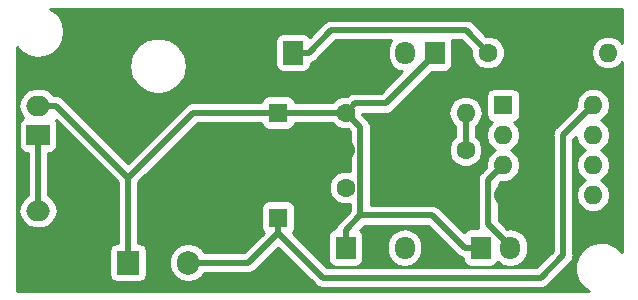
<source format=gbl>
G04 #@! TF.GenerationSoftware,KiCad,Pcbnew,(5.0.0)*
G04 #@! TF.CreationDate,2019-02-27T23:15:19+05:30*
G04 #@! TF.ProjectId,PCB,5043422E6B696361645F706362000000,rev?*
G04 #@! TF.SameCoordinates,Original*
G04 #@! TF.FileFunction,Copper,L2,Bot,Signal*
G04 #@! TF.FilePolarity,Positive*
%FSLAX46Y46*%
G04 Gerber Fmt 4.6, Leading zero omitted, Abs format (unit mm)*
G04 Created by KiCad (PCBNEW (5.0.0)) date 02/27/19 23:15:19*
%MOMM*%
%LPD*%
G01*
G04 APERTURE LIST*
G04 #@! TA.AperFunction,ComponentPad*
%ADD10C,1.600000*%
G04 #@! TD*
G04 #@! TA.AperFunction,ComponentPad*
%ADD11O,1.600000X1.600000*%
G04 #@! TD*
G04 #@! TA.AperFunction,ComponentPad*
%ADD12R,1.600000X1.600000*%
G04 #@! TD*
G04 #@! TA.AperFunction,ComponentPad*
%ADD13R,2.000000X1.700000*%
G04 #@! TD*
G04 #@! TA.AperFunction,ComponentPad*
%ADD14O,2.000000X1.700000*%
G04 #@! TD*
G04 #@! TA.AperFunction,ComponentPad*
%ADD15R,1.700000X2.000000*%
G04 #@! TD*
G04 #@! TA.AperFunction,ComponentPad*
%ADD16O,1.700000X2.000000*%
G04 #@! TD*
G04 #@! TA.AperFunction,ComponentPad*
%ADD17O,1.700000X1.950000*%
G04 #@! TD*
G04 #@! TA.AperFunction,ComponentPad*
%ADD18R,1.700000X1.950000*%
G04 #@! TD*
G04 #@! TA.AperFunction,ComponentPad*
%ADD19R,1.905000X2.000000*%
G04 #@! TD*
G04 #@! TA.AperFunction,ComponentPad*
%ADD20O,1.905000X2.000000*%
G04 #@! TD*
G04 #@! TA.AperFunction,Conductor*
%ADD21C,0.500000*%
G04 #@! TD*
G04 #@! TA.AperFunction,Conductor*
%ADD22C,0.254000*%
G04 #@! TD*
G04 APERTURE END LIST*
D10*
G04 #@! TO.P,R2,1*
G04 #@! TO.N,Net-(R1-Pad2)*
X106045000Y-120015000D03*
D11*
G04 #@! TO.P,R2,2*
G04 #@! TO.N,GND*
X95885000Y-120015000D03*
G04 #@! TD*
D12*
G04 #@! TO.P,U2,1*
G04 #@! TO.N,Net-(U2-Pad1)*
X109220000Y-116205000D03*
D11*
G04 #@! TO.P,U2,5*
G04 #@! TO.N,Net-(R3-Pad2)*
X116840000Y-123825000D03*
G04 #@! TO.P,U2,2*
G04 #@! TO.N,Net-(J4-Pad2)*
X109220000Y-118745000D03*
G04 #@! TO.P,U2,6*
G04 #@! TO.N,Net-(J6-Pad3)*
X116840000Y-121285000D03*
G04 #@! TO.P,U2,3*
G04 #@! TO.N,Net-(J5-Pad2)*
X109220000Y-121285000D03*
G04 #@! TO.P,U2,7*
G04 #@! TO.N,Net-(R1-Pad2)*
X116840000Y-118745000D03*
G04 #@! TO.P,U2,4*
G04 #@! TO.N,GND*
X109220000Y-123825000D03*
G04 #@! TO.P,U2,8*
G04 #@! TO.N,Net-(C2-Pad1)*
X116840000Y-116205000D03*
G04 #@! TD*
D12*
G04 #@! TO.P,C1,1*
G04 #@! TO.N,Net-(C1-Pad1)*
X90170000Y-116840000D03*
D10*
G04 #@! TO.P,C1,2*
G04 #@! TO.N,GND*
X90170000Y-119340000D03*
G04 #@! TD*
D12*
G04 #@! TO.P,C2,1*
G04 #@! TO.N,Net-(C2-Pad1)*
X90170000Y-125730000D03*
D10*
G04 #@! TO.P,C2,2*
G04 #@! TO.N,GND*
X90170000Y-123230000D03*
G04 #@! TD*
D13*
G04 #@! TO.P,J1,1*
G04 #@! TO.N,GND*
X69850000Y-127635000D03*
D14*
G04 #@! TO.P,J1,2*
G04 #@! TO.N,Net-(J1-Pad2)*
X69850000Y-125135000D03*
G04 #@! TD*
G04 #@! TO.P,J2,2*
G04 #@! TO.N,Net-(C1-Pad1)*
X69850000Y-116245000D03*
D13*
G04 #@! TO.P,J2,1*
G04 #@! TO.N,Net-(J1-Pad2)*
X69850000Y-118745000D03*
G04 #@! TD*
D15*
G04 #@! TO.P,J3,1*
G04 #@! TO.N,Net-(J3-Pad1)*
X91440000Y-111760000D03*
D16*
G04 #@! TO.P,J3,2*
G04 #@! TO.N,GND*
X88940000Y-111760000D03*
G04 #@! TD*
D17*
G04 #@! TO.P,J4,3*
G04 #@! TO.N,GND*
X98425000Y-111760000D03*
G04 #@! TO.P,J4,2*
G04 #@! TO.N,Net-(J4-Pad2)*
X100925000Y-111760000D03*
D18*
G04 #@! TO.P,J4,1*
G04 #@! TO.N,Net-(C1-Pad1)*
X103425000Y-111760000D03*
G04 #@! TD*
G04 #@! TO.P,J5,1*
G04 #@! TO.N,Net-(C1-Pad1)*
X107315000Y-128270000D03*
D17*
G04 #@! TO.P,J5,2*
G04 #@! TO.N,Net-(J5-Pad2)*
X109815000Y-128270000D03*
G04 #@! TO.P,J5,3*
G04 #@! TO.N,GND*
X112315000Y-128270000D03*
G04 #@! TD*
D18*
G04 #@! TO.P,J6,1*
G04 #@! TO.N,Net-(C1-Pad1)*
X95885000Y-128270000D03*
D17*
G04 #@! TO.P,J6,2*
G04 #@! TO.N,GND*
X98385000Y-128270000D03*
G04 #@! TO.P,J6,3*
G04 #@! TO.N,Net-(J6-Pad3)*
X100885000Y-128270000D03*
G04 #@! TD*
D11*
G04 #@! TO.P,R1,2*
G04 #@! TO.N,Net-(R1-Pad2)*
X106045000Y-116840000D03*
D10*
G04 #@! TO.P,R1,1*
G04 #@! TO.N,Net-(C1-Pad1)*
X95885000Y-116840000D03*
G04 #@! TD*
G04 #@! TO.P,R3,1*
G04 #@! TO.N,Net-(J3-Pad1)*
X107950000Y-111760000D03*
D11*
G04 #@! TO.P,R3,2*
G04 #@! TO.N,Net-(R3-Pad2)*
X118110000Y-111760000D03*
G04 #@! TD*
G04 #@! TO.P,R4,2*
G04 #@! TO.N,GND*
X106045000Y-123190000D03*
D10*
G04 #@! TO.P,R4,1*
G04 #@! TO.N,Net-(J6-Pad3)*
X95885000Y-123190000D03*
G04 #@! TD*
D19*
G04 #@! TO.P,U1,1*
G04 #@! TO.N,Net-(C1-Pad1)*
X77470000Y-129540000D03*
D20*
G04 #@! TO.P,U1,2*
G04 #@! TO.N,GND*
X80010000Y-129540000D03*
G04 #@! TO.P,U1,3*
G04 #@! TO.N,Net-(C2-Pad1)*
X82550000Y-129540000D03*
G04 #@! TD*
D21*
G04 #@! TO.N,Net-(C1-Pad1)*
X77470000Y-128040000D02*
X77470000Y-129540000D01*
X77470000Y-122365000D02*
X77470000Y-128040000D01*
X71350000Y-116245000D02*
X77470000Y-122365000D01*
X69850000Y-116245000D02*
X71350000Y-116245000D01*
X82995000Y-116840000D02*
X90170000Y-116840000D01*
X77470000Y-122365000D02*
X82995000Y-116840000D01*
X90170000Y-116840000D02*
X95885000Y-116840000D01*
X95885000Y-126795000D02*
X95885000Y-128270000D01*
X97135001Y-125544999D02*
X95885000Y-126795000D01*
X97135001Y-118090001D02*
X97135001Y-125544999D01*
X95885000Y-116840000D02*
X97135001Y-118090001D01*
X103425000Y-111885000D02*
X103425000Y-111760000D01*
X99269999Y-116040001D02*
X103425000Y-111885000D01*
X96684999Y-116040001D02*
X99269999Y-116040001D01*
X95885000Y-116840000D02*
X96684999Y-116040001D01*
X105965000Y-128270000D02*
X107315000Y-128270000D01*
X103239999Y-125544999D02*
X105965000Y-128270000D01*
X97135001Y-125544999D02*
X103239999Y-125544999D01*
G04 #@! TO.N,Net-(C2-Pad1)*
X90170000Y-127030000D02*
X90170000Y-125730000D01*
X87660000Y-129540000D02*
X90170000Y-127030000D01*
X82550000Y-129540000D02*
X87660000Y-129540000D01*
X93950000Y-130810000D02*
X90170000Y-127030000D01*
X112395000Y-130810000D02*
X93950000Y-130810000D01*
X114300000Y-128905000D02*
X112395000Y-130810000D01*
X116840000Y-116205000D02*
X114300000Y-118745000D01*
X114300000Y-118745000D02*
X114300000Y-128905000D01*
G04 #@! TO.N,Net-(J1-Pad2)*
X69850000Y-118745000D02*
X69850000Y-125135000D01*
G04 #@! TO.N,Net-(J3-Pad1)*
X92790000Y-111760000D02*
X91440000Y-111760000D01*
X94695000Y-109855000D02*
X92790000Y-111760000D01*
X107950000Y-111760000D02*
X106045000Y-109855000D01*
X106045000Y-109855000D02*
X94695000Y-109855000D01*
G04 #@! TO.N,GND*
X112315000Y-126920000D02*
X112315000Y-128270000D01*
X109220000Y-123825000D02*
X112315000Y-126920000D01*
G04 #@! TO.N,Net-(J5-Pad2)*
X109815000Y-128145000D02*
X109815000Y-128270000D01*
X107969999Y-126299999D02*
X109815000Y-128145000D01*
X107969999Y-122535001D02*
X107969999Y-126299999D01*
X109220000Y-121285000D02*
X107969999Y-122535001D01*
G04 #@! TO.N,Net-(R1-Pad2)*
X106045000Y-116840000D02*
X106045000Y-120015000D01*
G04 #@! TD*
D22*
G04 #@! TO.N,GND*
G36*
X119280000Y-110928098D02*
X119144577Y-110725423D01*
X118669909Y-110408260D01*
X118251333Y-110325000D01*
X117968667Y-110325000D01*
X117550091Y-110408260D01*
X117075423Y-110725423D01*
X116758260Y-111200091D01*
X116646887Y-111760000D01*
X116758260Y-112319909D01*
X117075423Y-112794577D01*
X117550091Y-113111740D01*
X117968667Y-113195000D01*
X118251333Y-113195000D01*
X118669909Y-113111740D01*
X119144577Y-112794577D01*
X119280000Y-112591902D01*
X119280001Y-128676493D01*
X119240360Y-128605709D01*
X118694894Y-128117149D01*
X118020583Y-127831615D01*
X117290138Y-127779897D01*
X116582323Y-127967571D01*
X115973460Y-128374400D01*
X115529203Y-128956517D01*
X115297455Y-129651151D01*
X115303206Y-130383402D01*
X115545836Y-131074311D01*
X115999182Y-131649377D01*
X116511226Y-131980000D01*
X68045000Y-131980000D01*
X68045000Y-116245000D01*
X68185908Y-116245000D01*
X68301161Y-116824418D01*
X68615114Y-117294281D01*
X68602235Y-117296843D01*
X68392191Y-117437191D01*
X68251843Y-117647235D01*
X68202560Y-117895000D01*
X68202560Y-119595000D01*
X68251843Y-119842765D01*
X68392191Y-120052809D01*
X68602235Y-120193157D01*
X68850000Y-120242440D01*
X68965000Y-120242440D01*
X68965001Y-123840117D01*
X68629375Y-124064375D01*
X68301161Y-124555582D01*
X68185908Y-125135000D01*
X68301161Y-125714418D01*
X68629375Y-126205625D01*
X69120582Y-126533839D01*
X69553744Y-126620000D01*
X70146256Y-126620000D01*
X70579418Y-126533839D01*
X71070625Y-126205625D01*
X71398839Y-125714418D01*
X71514092Y-125135000D01*
X71398839Y-124555582D01*
X71070625Y-124064375D01*
X70735000Y-123840118D01*
X70735000Y-120242440D01*
X70850000Y-120242440D01*
X71097765Y-120193157D01*
X71307809Y-120052809D01*
X71448157Y-119842765D01*
X71497440Y-119595000D01*
X71497440Y-117895000D01*
X71448157Y-117647235D01*
X71342437Y-117489015D01*
X76585000Y-122731579D01*
X76585001Y-127892560D01*
X76517500Y-127892560D01*
X76269735Y-127941843D01*
X76059691Y-128082191D01*
X75919343Y-128292235D01*
X75870060Y-128540000D01*
X75870060Y-130540000D01*
X75919343Y-130787765D01*
X76059691Y-130997809D01*
X76269735Y-131138157D01*
X76517500Y-131187440D01*
X78422500Y-131187440D01*
X78670265Y-131138157D01*
X78880309Y-130997809D01*
X79020657Y-130787765D01*
X79069940Y-130540000D01*
X79069940Y-129336151D01*
X80962500Y-129336151D01*
X80962500Y-129743850D01*
X81054609Y-130206911D01*
X81405477Y-130732023D01*
X81930590Y-131082891D01*
X82550000Y-131206100D01*
X83169411Y-131082891D01*
X83694523Y-130732023D01*
X83899668Y-130425000D01*
X87572839Y-130425000D01*
X87660000Y-130442337D01*
X87747161Y-130425000D01*
X87747165Y-130425000D01*
X88005310Y-130373652D01*
X88298049Y-130178049D01*
X88347425Y-130104153D01*
X90170000Y-128281578D01*
X93262577Y-131374156D01*
X93311951Y-131448049D01*
X93385844Y-131497423D01*
X93385845Y-131497424D01*
X93496880Y-131571615D01*
X93604690Y-131643652D01*
X93862835Y-131695000D01*
X93862839Y-131695000D01*
X93949999Y-131712337D01*
X94037159Y-131695000D01*
X112307839Y-131695000D01*
X112395000Y-131712337D01*
X112482161Y-131695000D01*
X112482165Y-131695000D01*
X112740310Y-131643652D01*
X113033049Y-131448049D01*
X113082425Y-131374153D01*
X114864156Y-129592423D01*
X114938049Y-129543049D01*
X114989783Y-129465625D01*
X115133652Y-129250310D01*
X115144715Y-129194690D01*
X115185000Y-128992165D01*
X115185000Y-128992161D01*
X115202337Y-128905000D01*
X115185000Y-128817839D01*
X115185000Y-119111578D01*
X115405870Y-118890708D01*
X115488260Y-119304909D01*
X115805423Y-119779577D01*
X116157758Y-120015000D01*
X115805423Y-120250423D01*
X115488260Y-120725091D01*
X115376887Y-121285000D01*
X115488260Y-121844909D01*
X115805423Y-122319577D01*
X116157758Y-122555000D01*
X115805423Y-122790423D01*
X115488260Y-123265091D01*
X115376887Y-123825000D01*
X115488260Y-124384909D01*
X115805423Y-124859577D01*
X116280091Y-125176740D01*
X116698667Y-125260000D01*
X116981333Y-125260000D01*
X117399909Y-125176740D01*
X117874577Y-124859577D01*
X118191740Y-124384909D01*
X118303113Y-123825000D01*
X118191740Y-123265091D01*
X117874577Y-122790423D01*
X117522242Y-122555000D01*
X117874577Y-122319577D01*
X118191740Y-121844909D01*
X118303113Y-121285000D01*
X118191740Y-120725091D01*
X117874577Y-120250423D01*
X117522242Y-120015000D01*
X117874577Y-119779577D01*
X118191740Y-119304909D01*
X118303113Y-118745000D01*
X118191740Y-118185091D01*
X117874577Y-117710423D01*
X117522242Y-117475000D01*
X117874577Y-117239577D01*
X118191740Y-116764909D01*
X118303113Y-116205000D01*
X118191740Y-115645091D01*
X117874577Y-115170423D01*
X117399909Y-114853260D01*
X116981333Y-114770000D01*
X116698667Y-114770000D01*
X116280091Y-114853260D01*
X115805423Y-115170423D01*
X115488260Y-115645091D01*
X115376887Y-116205000D01*
X115411983Y-116381438D01*
X113735847Y-118057575D01*
X113661951Y-118106951D01*
X113466348Y-118399691D01*
X113415000Y-118657836D01*
X113415000Y-118657839D01*
X113397663Y-118745000D01*
X113415000Y-118832161D01*
X113415001Y-128538420D01*
X112028422Y-129925000D01*
X94316579Y-129925000D01*
X91398782Y-127007204D01*
X91427809Y-126987809D01*
X91568157Y-126777765D01*
X91617440Y-126530000D01*
X91617440Y-124930000D01*
X91568157Y-124682235D01*
X91427809Y-124472191D01*
X91217765Y-124331843D01*
X90970000Y-124282560D01*
X89370000Y-124282560D01*
X89122235Y-124331843D01*
X88912191Y-124472191D01*
X88771843Y-124682235D01*
X88722560Y-124930000D01*
X88722560Y-126530000D01*
X88771843Y-126777765D01*
X88912191Y-126987809D01*
X88941217Y-127007204D01*
X87293422Y-128655000D01*
X83899669Y-128655000D01*
X83694523Y-128347977D01*
X83169410Y-127997109D01*
X82550000Y-127873900D01*
X81930589Y-127997109D01*
X81405477Y-128347977D01*
X81054609Y-128873090D01*
X80962500Y-129336151D01*
X79069940Y-129336151D01*
X79069940Y-128540000D01*
X79020657Y-128292235D01*
X78880309Y-128082191D01*
X78670265Y-127941843D01*
X78422500Y-127892560D01*
X78355000Y-127892560D01*
X78355000Y-122731578D01*
X83361579Y-117725000D01*
X88739467Y-117725000D01*
X88771843Y-117887765D01*
X88912191Y-118097809D01*
X89122235Y-118238157D01*
X89370000Y-118287440D01*
X90970000Y-118287440D01*
X91217765Y-118238157D01*
X91427809Y-118097809D01*
X91568157Y-117887765D01*
X91600533Y-117725000D01*
X94740604Y-117725000D01*
X95072138Y-118056534D01*
X95599561Y-118275000D01*
X96068421Y-118275000D01*
X96250001Y-118456580D01*
X96250001Y-121787956D01*
X96170439Y-121755000D01*
X95599561Y-121755000D01*
X95072138Y-121973466D01*
X94668466Y-122377138D01*
X94450000Y-122904561D01*
X94450000Y-123475439D01*
X94668466Y-124002862D01*
X95072138Y-124406534D01*
X95599561Y-124625000D01*
X96170439Y-124625000D01*
X96250002Y-124592044D01*
X96250002Y-125178419D01*
X95320847Y-126107575D01*
X95246951Y-126156951D01*
X95051348Y-126449691D01*
X95011042Y-126652326D01*
X94787235Y-126696843D01*
X94577191Y-126837191D01*
X94436843Y-127047235D01*
X94387560Y-127295000D01*
X94387560Y-129245000D01*
X94436843Y-129492765D01*
X94577191Y-129702809D01*
X94787235Y-129843157D01*
X95035000Y-129892440D01*
X96735000Y-129892440D01*
X96982765Y-129843157D01*
X97192809Y-129702809D01*
X97333157Y-129492765D01*
X97382440Y-129245000D01*
X97382440Y-127998745D01*
X99400000Y-127998745D01*
X99400000Y-128541256D01*
X99486161Y-128974418D01*
X99814375Y-129465625D01*
X100305583Y-129793839D01*
X100885000Y-129909092D01*
X101464418Y-129793839D01*
X101955625Y-129465625D01*
X102283839Y-128974417D01*
X102370000Y-128541255D01*
X102370000Y-127998744D01*
X102283839Y-127565582D01*
X101955625Y-127074375D01*
X101464417Y-126746161D01*
X100885000Y-126630908D01*
X100305582Y-126746161D01*
X99814375Y-127074375D01*
X99486161Y-127565583D01*
X99400000Y-127998745D01*
X97382440Y-127998745D01*
X97382440Y-127295000D01*
X97333157Y-127047235D01*
X97192809Y-126837191D01*
X97133810Y-126797769D01*
X97501580Y-126429999D01*
X102873421Y-126429999D01*
X105277577Y-128834156D01*
X105326951Y-128908049D01*
X105400844Y-128957423D01*
X105400845Y-128957424D01*
X105452839Y-128992165D01*
X105619690Y-129103652D01*
X105817560Y-129143011D01*
X105817560Y-129245000D01*
X105866843Y-129492765D01*
X106007191Y-129702809D01*
X106217235Y-129843157D01*
X106465000Y-129892440D01*
X108165000Y-129892440D01*
X108412765Y-129843157D01*
X108622809Y-129702809D01*
X108763157Y-129492765D01*
X108765719Y-129479886D01*
X109235583Y-129793839D01*
X109815000Y-129909092D01*
X110394418Y-129793839D01*
X110885625Y-129465625D01*
X111213839Y-128974417D01*
X111300000Y-128541255D01*
X111300000Y-127998744D01*
X111213839Y-127565582D01*
X110885625Y-127074375D01*
X110394417Y-126746161D01*
X109815000Y-126630908D01*
X109596040Y-126674462D01*
X108854999Y-125933421D01*
X108854999Y-122901579D01*
X109043561Y-122713017D01*
X109078667Y-122720000D01*
X109361333Y-122720000D01*
X109779909Y-122636740D01*
X110254577Y-122319577D01*
X110571740Y-121844909D01*
X110683113Y-121285000D01*
X110571740Y-120725091D01*
X110254577Y-120250423D01*
X109902242Y-120015000D01*
X110254577Y-119779577D01*
X110571740Y-119304909D01*
X110683113Y-118745000D01*
X110571740Y-118185091D01*
X110254577Y-117710423D01*
X110133894Y-117629785D01*
X110267765Y-117603157D01*
X110477809Y-117462809D01*
X110618157Y-117252765D01*
X110667440Y-117005000D01*
X110667440Y-115405000D01*
X110618157Y-115157235D01*
X110477809Y-114947191D01*
X110267765Y-114806843D01*
X110020000Y-114757560D01*
X108420000Y-114757560D01*
X108172235Y-114806843D01*
X107962191Y-114947191D01*
X107821843Y-115157235D01*
X107772560Y-115405000D01*
X107772560Y-117005000D01*
X107821843Y-117252765D01*
X107962191Y-117462809D01*
X108172235Y-117603157D01*
X108306106Y-117629785D01*
X108185423Y-117710423D01*
X107868260Y-118185091D01*
X107756887Y-118745000D01*
X107868260Y-119304909D01*
X108185423Y-119779577D01*
X108537758Y-120015000D01*
X108185423Y-120250423D01*
X107868260Y-120725091D01*
X107756887Y-121285000D01*
X107791983Y-121461439D01*
X107405846Y-121847576D01*
X107331950Y-121896952D01*
X107136347Y-122189692D01*
X107084999Y-122447837D01*
X107084999Y-122447840D01*
X107067662Y-122535001D01*
X107084999Y-122622162D01*
X107085000Y-126212834D01*
X107067662Y-126299999D01*
X107136347Y-126645308D01*
X107137852Y-126647560D01*
X106465000Y-126647560D01*
X106217235Y-126696843D01*
X106007191Y-126837191D01*
X105917701Y-126971122D01*
X103927424Y-124980846D01*
X103878048Y-124906950D01*
X103585309Y-124711347D01*
X103327164Y-124659999D01*
X103327160Y-124659999D01*
X103239999Y-124642662D01*
X103152838Y-124659999D01*
X98020001Y-124659999D01*
X98020001Y-118177160D01*
X98037338Y-118090000D01*
X98020001Y-118002840D01*
X98020001Y-118002836D01*
X97968653Y-117744691D01*
X97896616Y-117636881D01*
X97822425Y-117525846D01*
X97822424Y-117525845D01*
X97773050Y-117451952D01*
X97699157Y-117402578D01*
X97320000Y-117023421D01*
X97320000Y-116925001D01*
X99182838Y-116925001D01*
X99269999Y-116942338D01*
X99357160Y-116925001D01*
X99357164Y-116925001D01*
X99615309Y-116873653D01*
X99665674Y-116840000D01*
X104581887Y-116840000D01*
X104693260Y-117399909D01*
X105010423Y-117874577D01*
X105160000Y-117974521D01*
X105160001Y-118870603D01*
X104828466Y-119202138D01*
X104610000Y-119729561D01*
X104610000Y-120300439D01*
X104828466Y-120827862D01*
X105232138Y-121231534D01*
X105759561Y-121450000D01*
X106330439Y-121450000D01*
X106857862Y-121231534D01*
X107261534Y-120827862D01*
X107480000Y-120300439D01*
X107480000Y-119729561D01*
X107261534Y-119202138D01*
X106930000Y-118870604D01*
X106930000Y-117974521D01*
X107079577Y-117874577D01*
X107396740Y-117399909D01*
X107508113Y-116840000D01*
X107396740Y-116280091D01*
X107079577Y-115805423D01*
X106604909Y-115488260D01*
X106186333Y-115405000D01*
X105903667Y-115405000D01*
X105485091Y-115488260D01*
X105010423Y-115805423D01*
X104693260Y-116280091D01*
X104581887Y-116840000D01*
X99665674Y-116840000D01*
X99908048Y-116678050D01*
X99957424Y-116604154D01*
X103179139Y-113382440D01*
X104275000Y-113382440D01*
X104522765Y-113333157D01*
X104732809Y-113192809D01*
X104873157Y-112982765D01*
X104922440Y-112735000D01*
X104922440Y-110785000D01*
X104913489Y-110740000D01*
X105678422Y-110740000D01*
X106515000Y-111576579D01*
X106515000Y-112045439D01*
X106733466Y-112572862D01*
X107137138Y-112976534D01*
X107664561Y-113195000D01*
X108235439Y-113195000D01*
X108762862Y-112976534D01*
X109166534Y-112572862D01*
X109385000Y-112045439D01*
X109385000Y-111474561D01*
X109166534Y-110947138D01*
X108762862Y-110543466D01*
X108235439Y-110325000D01*
X107766579Y-110325000D01*
X106732425Y-109290847D01*
X106683049Y-109216951D01*
X106390310Y-109021348D01*
X106132165Y-108970000D01*
X106132161Y-108970000D01*
X106045000Y-108952663D01*
X105957839Y-108970000D01*
X94782161Y-108970000D01*
X94695000Y-108952663D01*
X94607839Y-108970000D01*
X94607835Y-108970000D01*
X94349690Y-109021348D01*
X94130845Y-109167576D01*
X94130844Y-109167577D01*
X94056951Y-109216951D01*
X94007577Y-109290844D01*
X92847313Y-110451108D01*
X92747809Y-110302191D01*
X92537765Y-110161843D01*
X92290000Y-110112560D01*
X90590000Y-110112560D01*
X90342235Y-110161843D01*
X90132191Y-110302191D01*
X89991843Y-110512235D01*
X89942560Y-110760000D01*
X89942560Y-112760000D01*
X89991843Y-113007765D01*
X90132191Y-113217809D01*
X90342235Y-113358157D01*
X90590000Y-113407440D01*
X92290000Y-113407440D01*
X92537765Y-113358157D01*
X92747809Y-113217809D01*
X92888157Y-113007765D01*
X92937440Y-112760000D01*
X92937440Y-112633011D01*
X93135310Y-112593652D01*
X93428049Y-112398049D01*
X93477425Y-112324153D01*
X95061579Y-110740000D01*
X99737026Y-110740000D01*
X99526161Y-111055582D01*
X99440000Y-111488744D01*
X99440000Y-112031255D01*
X99526161Y-112464417D01*
X99854375Y-112955625D01*
X100345582Y-113283839D01*
X100703407Y-113355015D01*
X98903421Y-115155001D01*
X96772158Y-115155001D01*
X96684998Y-115137664D01*
X96597838Y-115155001D01*
X96597834Y-115155001D01*
X96339689Y-115206349D01*
X96339687Y-115206350D01*
X96339688Y-115206350D01*
X96120844Y-115352577D01*
X96120843Y-115352578D01*
X96046950Y-115401952D01*
X96044913Y-115405000D01*
X95599561Y-115405000D01*
X95072138Y-115623466D01*
X94740604Y-115955000D01*
X91600533Y-115955000D01*
X91568157Y-115792235D01*
X91427809Y-115582191D01*
X91217765Y-115441843D01*
X90970000Y-115392560D01*
X89370000Y-115392560D01*
X89122235Y-115441843D01*
X88912191Y-115582191D01*
X88771843Y-115792235D01*
X88739467Y-115955000D01*
X83082161Y-115955000D01*
X82995000Y-115937663D01*
X82907839Y-115955000D01*
X82907835Y-115955000D01*
X82649690Y-116006348D01*
X82430845Y-116152576D01*
X82430844Y-116152577D01*
X82356951Y-116201951D01*
X82307577Y-116275844D01*
X77470000Y-121113421D01*
X72037425Y-115680847D01*
X71988049Y-115606951D01*
X71695310Y-115411348D01*
X71437165Y-115360000D01*
X71437161Y-115360000D01*
X71350000Y-115342663D01*
X71262839Y-115360000D01*
X71194656Y-115360000D01*
X71070625Y-115174375D01*
X70579418Y-114846161D01*
X70146256Y-114760000D01*
X69553744Y-114760000D01*
X69120582Y-114846161D01*
X68629375Y-115174375D01*
X68301161Y-115665582D01*
X68185908Y-116245000D01*
X68045000Y-116245000D01*
X68045000Y-112880000D01*
X77578276Y-112880000D01*
X77763380Y-113810580D01*
X78290511Y-114599489D01*
X79079420Y-115126620D01*
X79775103Y-115265000D01*
X80244897Y-115265000D01*
X80940580Y-115126620D01*
X81729489Y-114599489D01*
X82256620Y-113810580D01*
X82441724Y-112880000D01*
X82256620Y-111949420D01*
X81729489Y-111160511D01*
X80940580Y-110633380D01*
X80244897Y-110495000D01*
X79775103Y-110495000D01*
X79079420Y-110633380D01*
X78290511Y-111160511D01*
X77763380Y-111949420D01*
X77578276Y-112880000D01*
X68045000Y-112880000D01*
X68045000Y-111263524D01*
X68349182Y-111649377D01*
X68964360Y-112046593D01*
X69675036Y-112223126D01*
X70404578Y-112159940D01*
X71074321Y-111863850D01*
X71612046Y-111366783D01*
X71959770Y-110722336D01*
X72080000Y-110000000D01*
X72079725Y-109964973D01*
X71948164Y-109244614D01*
X71590360Y-108605709D01*
X71044894Y-108117149D01*
X70886316Y-108050000D01*
X119280000Y-108050000D01*
X119280000Y-110928098D01*
X119280000Y-110928098D01*
G37*
X119280000Y-110928098D02*
X119144577Y-110725423D01*
X118669909Y-110408260D01*
X118251333Y-110325000D01*
X117968667Y-110325000D01*
X117550091Y-110408260D01*
X117075423Y-110725423D01*
X116758260Y-111200091D01*
X116646887Y-111760000D01*
X116758260Y-112319909D01*
X117075423Y-112794577D01*
X117550091Y-113111740D01*
X117968667Y-113195000D01*
X118251333Y-113195000D01*
X118669909Y-113111740D01*
X119144577Y-112794577D01*
X119280000Y-112591902D01*
X119280001Y-128676493D01*
X119240360Y-128605709D01*
X118694894Y-128117149D01*
X118020583Y-127831615D01*
X117290138Y-127779897D01*
X116582323Y-127967571D01*
X115973460Y-128374400D01*
X115529203Y-128956517D01*
X115297455Y-129651151D01*
X115303206Y-130383402D01*
X115545836Y-131074311D01*
X115999182Y-131649377D01*
X116511226Y-131980000D01*
X68045000Y-131980000D01*
X68045000Y-116245000D01*
X68185908Y-116245000D01*
X68301161Y-116824418D01*
X68615114Y-117294281D01*
X68602235Y-117296843D01*
X68392191Y-117437191D01*
X68251843Y-117647235D01*
X68202560Y-117895000D01*
X68202560Y-119595000D01*
X68251843Y-119842765D01*
X68392191Y-120052809D01*
X68602235Y-120193157D01*
X68850000Y-120242440D01*
X68965000Y-120242440D01*
X68965001Y-123840117D01*
X68629375Y-124064375D01*
X68301161Y-124555582D01*
X68185908Y-125135000D01*
X68301161Y-125714418D01*
X68629375Y-126205625D01*
X69120582Y-126533839D01*
X69553744Y-126620000D01*
X70146256Y-126620000D01*
X70579418Y-126533839D01*
X71070625Y-126205625D01*
X71398839Y-125714418D01*
X71514092Y-125135000D01*
X71398839Y-124555582D01*
X71070625Y-124064375D01*
X70735000Y-123840118D01*
X70735000Y-120242440D01*
X70850000Y-120242440D01*
X71097765Y-120193157D01*
X71307809Y-120052809D01*
X71448157Y-119842765D01*
X71497440Y-119595000D01*
X71497440Y-117895000D01*
X71448157Y-117647235D01*
X71342437Y-117489015D01*
X76585000Y-122731579D01*
X76585001Y-127892560D01*
X76517500Y-127892560D01*
X76269735Y-127941843D01*
X76059691Y-128082191D01*
X75919343Y-128292235D01*
X75870060Y-128540000D01*
X75870060Y-130540000D01*
X75919343Y-130787765D01*
X76059691Y-130997809D01*
X76269735Y-131138157D01*
X76517500Y-131187440D01*
X78422500Y-131187440D01*
X78670265Y-131138157D01*
X78880309Y-130997809D01*
X79020657Y-130787765D01*
X79069940Y-130540000D01*
X79069940Y-129336151D01*
X80962500Y-129336151D01*
X80962500Y-129743850D01*
X81054609Y-130206911D01*
X81405477Y-130732023D01*
X81930590Y-131082891D01*
X82550000Y-131206100D01*
X83169411Y-131082891D01*
X83694523Y-130732023D01*
X83899668Y-130425000D01*
X87572839Y-130425000D01*
X87660000Y-130442337D01*
X87747161Y-130425000D01*
X87747165Y-130425000D01*
X88005310Y-130373652D01*
X88298049Y-130178049D01*
X88347425Y-130104153D01*
X90170000Y-128281578D01*
X93262577Y-131374156D01*
X93311951Y-131448049D01*
X93385844Y-131497423D01*
X93385845Y-131497424D01*
X93496880Y-131571615D01*
X93604690Y-131643652D01*
X93862835Y-131695000D01*
X93862839Y-131695000D01*
X93949999Y-131712337D01*
X94037159Y-131695000D01*
X112307839Y-131695000D01*
X112395000Y-131712337D01*
X112482161Y-131695000D01*
X112482165Y-131695000D01*
X112740310Y-131643652D01*
X113033049Y-131448049D01*
X113082425Y-131374153D01*
X114864156Y-129592423D01*
X114938049Y-129543049D01*
X114989783Y-129465625D01*
X115133652Y-129250310D01*
X115144715Y-129194690D01*
X115185000Y-128992165D01*
X115185000Y-128992161D01*
X115202337Y-128905000D01*
X115185000Y-128817839D01*
X115185000Y-119111578D01*
X115405870Y-118890708D01*
X115488260Y-119304909D01*
X115805423Y-119779577D01*
X116157758Y-120015000D01*
X115805423Y-120250423D01*
X115488260Y-120725091D01*
X115376887Y-121285000D01*
X115488260Y-121844909D01*
X115805423Y-122319577D01*
X116157758Y-122555000D01*
X115805423Y-122790423D01*
X115488260Y-123265091D01*
X115376887Y-123825000D01*
X115488260Y-124384909D01*
X115805423Y-124859577D01*
X116280091Y-125176740D01*
X116698667Y-125260000D01*
X116981333Y-125260000D01*
X117399909Y-125176740D01*
X117874577Y-124859577D01*
X118191740Y-124384909D01*
X118303113Y-123825000D01*
X118191740Y-123265091D01*
X117874577Y-122790423D01*
X117522242Y-122555000D01*
X117874577Y-122319577D01*
X118191740Y-121844909D01*
X118303113Y-121285000D01*
X118191740Y-120725091D01*
X117874577Y-120250423D01*
X117522242Y-120015000D01*
X117874577Y-119779577D01*
X118191740Y-119304909D01*
X118303113Y-118745000D01*
X118191740Y-118185091D01*
X117874577Y-117710423D01*
X117522242Y-117475000D01*
X117874577Y-117239577D01*
X118191740Y-116764909D01*
X118303113Y-116205000D01*
X118191740Y-115645091D01*
X117874577Y-115170423D01*
X117399909Y-114853260D01*
X116981333Y-114770000D01*
X116698667Y-114770000D01*
X116280091Y-114853260D01*
X115805423Y-115170423D01*
X115488260Y-115645091D01*
X115376887Y-116205000D01*
X115411983Y-116381438D01*
X113735847Y-118057575D01*
X113661951Y-118106951D01*
X113466348Y-118399691D01*
X113415000Y-118657836D01*
X113415000Y-118657839D01*
X113397663Y-118745000D01*
X113415000Y-118832161D01*
X113415001Y-128538420D01*
X112028422Y-129925000D01*
X94316579Y-129925000D01*
X91398782Y-127007204D01*
X91427809Y-126987809D01*
X91568157Y-126777765D01*
X91617440Y-126530000D01*
X91617440Y-124930000D01*
X91568157Y-124682235D01*
X91427809Y-124472191D01*
X91217765Y-124331843D01*
X90970000Y-124282560D01*
X89370000Y-124282560D01*
X89122235Y-124331843D01*
X88912191Y-124472191D01*
X88771843Y-124682235D01*
X88722560Y-124930000D01*
X88722560Y-126530000D01*
X88771843Y-126777765D01*
X88912191Y-126987809D01*
X88941217Y-127007204D01*
X87293422Y-128655000D01*
X83899669Y-128655000D01*
X83694523Y-128347977D01*
X83169410Y-127997109D01*
X82550000Y-127873900D01*
X81930589Y-127997109D01*
X81405477Y-128347977D01*
X81054609Y-128873090D01*
X80962500Y-129336151D01*
X79069940Y-129336151D01*
X79069940Y-128540000D01*
X79020657Y-128292235D01*
X78880309Y-128082191D01*
X78670265Y-127941843D01*
X78422500Y-127892560D01*
X78355000Y-127892560D01*
X78355000Y-122731578D01*
X83361579Y-117725000D01*
X88739467Y-117725000D01*
X88771843Y-117887765D01*
X88912191Y-118097809D01*
X89122235Y-118238157D01*
X89370000Y-118287440D01*
X90970000Y-118287440D01*
X91217765Y-118238157D01*
X91427809Y-118097809D01*
X91568157Y-117887765D01*
X91600533Y-117725000D01*
X94740604Y-117725000D01*
X95072138Y-118056534D01*
X95599561Y-118275000D01*
X96068421Y-118275000D01*
X96250001Y-118456580D01*
X96250001Y-121787956D01*
X96170439Y-121755000D01*
X95599561Y-121755000D01*
X95072138Y-121973466D01*
X94668466Y-122377138D01*
X94450000Y-122904561D01*
X94450000Y-123475439D01*
X94668466Y-124002862D01*
X95072138Y-124406534D01*
X95599561Y-124625000D01*
X96170439Y-124625000D01*
X96250002Y-124592044D01*
X96250002Y-125178419D01*
X95320847Y-126107575D01*
X95246951Y-126156951D01*
X95051348Y-126449691D01*
X95011042Y-126652326D01*
X94787235Y-126696843D01*
X94577191Y-126837191D01*
X94436843Y-127047235D01*
X94387560Y-127295000D01*
X94387560Y-129245000D01*
X94436843Y-129492765D01*
X94577191Y-129702809D01*
X94787235Y-129843157D01*
X95035000Y-129892440D01*
X96735000Y-129892440D01*
X96982765Y-129843157D01*
X97192809Y-129702809D01*
X97333157Y-129492765D01*
X97382440Y-129245000D01*
X97382440Y-127998745D01*
X99400000Y-127998745D01*
X99400000Y-128541256D01*
X99486161Y-128974418D01*
X99814375Y-129465625D01*
X100305583Y-129793839D01*
X100885000Y-129909092D01*
X101464418Y-129793839D01*
X101955625Y-129465625D01*
X102283839Y-128974417D01*
X102370000Y-128541255D01*
X102370000Y-127998744D01*
X102283839Y-127565582D01*
X101955625Y-127074375D01*
X101464417Y-126746161D01*
X100885000Y-126630908D01*
X100305582Y-126746161D01*
X99814375Y-127074375D01*
X99486161Y-127565583D01*
X99400000Y-127998745D01*
X97382440Y-127998745D01*
X97382440Y-127295000D01*
X97333157Y-127047235D01*
X97192809Y-126837191D01*
X97133810Y-126797769D01*
X97501580Y-126429999D01*
X102873421Y-126429999D01*
X105277577Y-128834156D01*
X105326951Y-128908049D01*
X105400844Y-128957423D01*
X105400845Y-128957424D01*
X105452839Y-128992165D01*
X105619690Y-129103652D01*
X105817560Y-129143011D01*
X105817560Y-129245000D01*
X105866843Y-129492765D01*
X106007191Y-129702809D01*
X106217235Y-129843157D01*
X106465000Y-129892440D01*
X108165000Y-129892440D01*
X108412765Y-129843157D01*
X108622809Y-129702809D01*
X108763157Y-129492765D01*
X108765719Y-129479886D01*
X109235583Y-129793839D01*
X109815000Y-129909092D01*
X110394418Y-129793839D01*
X110885625Y-129465625D01*
X111213839Y-128974417D01*
X111300000Y-128541255D01*
X111300000Y-127998744D01*
X111213839Y-127565582D01*
X110885625Y-127074375D01*
X110394417Y-126746161D01*
X109815000Y-126630908D01*
X109596040Y-126674462D01*
X108854999Y-125933421D01*
X108854999Y-122901579D01*
X109043561Y-122713017D01*
X109078667Y-122720000D01*
X109361333Y-122720000D01*
X109779909Y-122636740D01*
X110254577Y-122319577D01*
X110571740Y-121844909D01*
X110683113Y-121285000D01*
X110571740Y-120725091D01*
X110254577Y-120250423D01*
X109902242Y-120015000D01*
X110254577Y-119779577D01*
X110571740Y-119304909D01*
X110683113Y-118745000D01*
X110571740Y-118185091D01*
X110254577Y-117710423D01*
X110133894Y-117629785D01*
X110267765Y-117603157D01*
X110477809Y-117462809D01*
X110618157Y-117252765D01*
X110667440Y-117005000D01*
X110667440Y-115405000D01*
X110618157Y-115157235D01*
X110477809Y-114947191D01*
X110267765Y-114806843D01*
X110020000Y-114757560D01*
X108420000Y-114757560D01*
X108172235Y-114806843D01*
X107962191Y-114947191D01*
X107821843Y-115157235D01*
X107772560Y-115405000D01*
X107772560Y-117005000D01*
X107821843Y-117252765D01*
X107962191Y-117462809D01*
X108172235Y-117603157D01*
X108306106Y-117629785D01*
X108185423Y-117710423D01*
X107868260Y-118185091D01*
X107756887Y-118745000D01*
X107868260Y-119304909D01*
X108185423Y-119779577D01*
X108537758Y-120015000D01*
X108185423Y-120250423D01*
X107868260Y-120725091D01*
X107756887Y-121285000D01*
X107791983Y-121461439D01*
X107405846Y-121847576D01*
X107331950Y-121896952D01*
X107136347Y-122189692D01*
X107084999Y-122447837D01*
X107084999Y-122447840D01*
X107067662Y-122535001D01*
X107084999Y-122622162D01*
X107085000Y-126212834D01*
X107067662Y-126299999D01*
X107136347Y-126645308D01*
X107137852Y-126647560D01*
X106465000Y-126647560D01*
X106217235Y-126696843D01*
X106007191Y-126837191D01*
X105917701Y-126971122D01*
X103927424Y-124980846D01*
X103878048Y-124906950D01*
X103585309Y-124711347D01*
X103327164Y-124659999D01*
X103327160Y-124659999D01*
X103239999Y-124642662D01*
X103152838Y-124659999D01*
X98020001Y-124659999D01*
X98020001Y-118177160D01*
X98037338Y-118090000D01*
X98020001Y-118002840D01*
X98020001Y-118002836D01*
X97968653Y-117744691D01*
X97896616Y-117636881D01*
X97822425Y-117525846D01*
X97822424Y-117525845D01*
X97773050Y-117451952D01*
X97699157Y-117402578D01*
X97320000Y-117023421D01*
X97320000Y-116925001D01*
X99182838Y-116925001D01*
X99269999Y-116942338D01*
X99357160Y-116925001D01*
X99357164Y-116925001D01*
X99615309Y-116873653D01*
X99665674Y-116840000D01*
X104581887Y-116840000D01*
X104693260Y-117399909D01*
X105010423Y-117874577D01*
X105160000Y-117974521D01*
X105160001Y-118870603D01*
X104828466Y-119202138D01*
X104610000Y-119729561D01*
X104610000Y-120300439D01*
X104828466Y-120827862D01*
X105232138Y-121231534D01*
X105759561Y-121450000D01*
X106330439Y-121450000D01*
X106857862Y-121231534D01*
X107261534Y-120827862D01*
X107480000Y-120300439D01*
X107480000Y-119729561D01*
X107261534Y-119202138D01*
X106930000Y-118870604D01*
X106930000Y-117974521D01*
X107079577Y-117874577D01*
X107396740Y-117399909D01*
X107508113Y-116840000D01*
X107396740Y-116280091D01*
X107079577Y-115805423D01*
X106604909Y-115488260D01*
X106186333Y-115405000D01*
X105903667Y-115405000D01*
X105485091Y-115488260D01*
X105010423Y-115805423D01*
X104693260Y-116280091D01*
X104581887Y-116840000D01*
X99665674Y-116840000D01*
X99908048Y-116678050D01*
X99957424Y-116604154D01*
X103179139Y-113382440D01*
X104275000Y-113382440D01*
X104522765Y-113333157D01*
X104732809Y-113192809D01*
X104873157Y-112982765D01*
X104922440Y-112735000D01*
X104922440Y-110785000D01*
X104913489Y-110740000D01*
X105678422Y-110740000D01*
X106515000Y-111576579D01*
X106515000Y-112045439D01*
X106733466Y-112572862D01*
X107137138Y-112976534D01*
X107664561Y-113195000D01*
X108235439Y-113195000D01*
X108762862Y-112976534D01*
X109166534Y-112572862D01*
X109385000Y-112045439D01*
X109385000Y-111474561D01*
X109166534Y-110947138D01*
X108762862Y-110543466D01*
X108235439Y-110325000D01*
X107766579Y-110325000D01*
X106732425Y-109290847D01*
X106683049Y-109216951D01*
X106390310Y-109021348D01*
X106132165Y-108970000D01*
X106132161Y-108970000D01*
X106045000Y-108952663D01*
X105957839Y-108970000D01*
X94782161Y-108970000D01*
X94695000Y-108952663D01*
X94607839Y-108970000D01*
X94607835Y-108970000D01*
X94349690Y-109021348D01*
X94130845Y-109167576D01*
X94130844Y-109167577D01*
X94056951Y-109216951D01*
X94007577Y-109290844D01*
X92847313Y-110451108D01*
X92747809Y-110302191D01*
X92537765Y-110161843D01*
X92290000Y-110112560D01*
X90590000Y-110112560D01*
X90342235Y-110161843D01*
X90132191Y-110302191D01*
X89991843Y-110512235D01*
X89942560Y-110760000D01*
X89942560Y-112760000D01*
X89991843Y-113007765D01*
X90132191Y-113217809D01*
X90342235Y-113358157D01*
X90590000Y-113407440D01*
X92290000Y-113407440D01*
X92537765Y-113358157D01*
X92747809Y-113217809D01*
X92888157Y-113007765D01*
X92937440Y-112760000D01*
X92937440Y-112633011D01*
X93135310Y-112593652D01*
X93428049Y-112398049D01*
X93477425Y-112324153D01*
X95061579Y-110740000D01*
X99737026Y-110740000D01*
X99526161Y-111055582D01*
X99440000Y-111488744D01*
X99440000Y-112031255D01*
X99526161Y-112464417D01*
X99854375Y-112955625D01*
X100345582Y-113283839D01*
X100703407Y-113355015D01*
X98903421Y-115155001D01*
X96772158Y-115155001D01*
X96684998Y-115137664D01*
X96597838Y-115155001D01*
X96597834Y-115155001D01*
X96339689Y-115206349D01*
X96339687Y-115206350D01*
X96339688Y-115206350D01*
X96120844Y-115352577D01*
X96120843Y-115352578D01*
X96046950Y-115401952D01*
X96044913Y-115405000D01*
X95599561Y-115405000D01*
X95072138Y-115623466D01*
X94740604Y-115955000D01*
X91600533Y-115955000D01*
X91568157Y-115792235D01*
X91427809Y-115582191D01*
X91217765Y-115441843D01*
X90970000Y-115392560D01*
X89370000Y-115392560D01*
X89122235Y-115441843D01*
X88912191Y-115582191D01*
X88771843Y-115792235D01*
X88739467Y-115955000D01*
X83082161Y-115955000D01*
X82995000Y-115937663D01*
X82907839Y-115955000D01*
X82907835Y-115955000D01*
X82649690Y-116006348D01*
X82430845Y-116152576D01*
X82430844Y-116152577D01*
X82356951Y-116201951D01*
X82307577Y-116275844D01*
X77470000Y-121113421D01*
X72037425Y-115680847D01*
X71988049Y-115606951D01*
X71695310Y-115411348D01*
X71437165Y-115360000D01*
X71437161Y-115360000D01*
X71350000Y-115342663D01*
X71262839Y-115360000D01*
X71194656Y-115360000D01*
X71070625Y-115174375D01*
X70579418Y-114846161D01*
X70146256Y-114760000D01*
X69553744Y-114760000D01*
X69120582Y-114846161D01*
X68629375Y-115174375D01*
X68301161Y-115665582D01*
X68185908Y-116245000D01*
X68045000Y-116245000D01*
X68045000Y-112880000D01*
X77578276Y-112880000D01*
X77763380Y-113810580D01*
X78290511Y-114599489D01*
X79079420Y-115126620D01*
X79775103Y-115265000D01*
X80244897Y-115265000D01*
X80940580Y-115126620D01*
X81729489Y-114599489D01*
X82256620Y-113810580D01*
X82441724Y-112880000D01*
X82256620Y-111949420D01*
X81729489Y-111160511D01*
X80940580Y-110633380D01*
X80244897Y-110495000D01*
X79775103Y-110495000D01*
X79079420Y-110633380D01*
X78290511Y-111160511D01*
X77763380Y-111949420D01*
X77578276Y-112880000D01*
X68045000Y-112880000D01*
X68045000Y-111263524D01*
X68349182Y-111649377D01*
X68964360Y-112046593D01*
X69675036Y-112223126D01*
X70404578Y-112159940D01*
X71074321Y-111863850D01*
X71612046Y-111366783D01*
X71959770Y-110722336D01*
X72080000Y-110000000D01*
X72079725Y-109964973D01*
X71948164Y-109244614D01*
X71590360Y-108605709D01*
X71044894Y-108117149D01*
X70886316Y-108050000D01*
X119280000Y-108050000D01*
X119280000Y-110928098D01*
G04 #@! TD*
M02*

</source>
